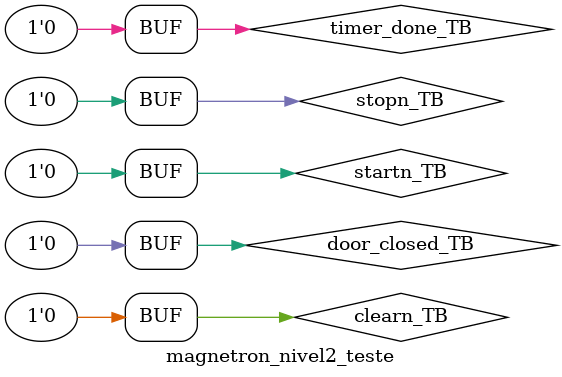
<source format=v>
`timescale 1ns/1ns
`include "magnetron_nivel2.v"

module magnetron_nivel2_teste;

    reg startn_TB, stopn_TB, clearn_TB, door_closed_TB, timer_done_TB;
    wire mag_on_TB;

    magnetron_nivel2 DUT(
        .startn(startn_TB),
        .stopn(stopn_TB),
        .clearn(clearn_TB),
        .door_closed(door_closed_TB),
        .timer_done(timer_done_TB),
        .mag_on(mag_on_TB)
    );

    initial begin
        $dumpfile("result.vcd");
        $dumpvars(0, magnetron_nivel2_teste);

        startn_TB = 1;
        stopn_TB = 0;
        clearn_TB = 0;
        door_closed_TB = 0;
        timer_done_TB = 0;
        #5 startn_TB = 1;
        stopn_TB = 0;
        clearn_TB = 0;
        door_closed_TB = 1;
        timer_done_TB = 0;
        #5 startn_TB = 1;
        stopn_TB = 1;
        clearn_TB = 0;
        door_closed_TB = 1;
        timer_done_TB = 0;
        #5 startn_TB = 1;
        stopn_TB = 0;
        clearn_TB = 0;
        door_closed_TB = 1;
        timer_done_TB = 0;
        #5 startn_TB = 1;
        stopn_TB = 0;
        clearn_TB = 0;
        door_closed_TB = 0;
        timer_done_TB = 0;
        #5 startn_TB = 1;
        stopn_TB = 0;
        clearn_TB = 0;
        door_closed_TB = 1;
        timer_done_TB = 1;
        #5 startn_TB = 1;
        stopn_TB = 0;
        clearn_TB = 0;
        door_closed_TB = 1;
        timer_done_TB = 0;
        #5 startn_TB = 1;
        stopn_TB = 0;
        clearn_TB = 1;
        door_closed_TB = 1;
        timer_done_TB = 1;
        #5 startn_TB = 1;
        stopn_TB = 0;
        clearn_TB = 0;
        door_closed_TB = 1;
        timer_done_TB = 0;
        #5 startn_TB = 1;
        stopn_TB = 1;
        clearn_TB = 1;
        door_closed_TB = 1;
        timer_done_TB = 1;
        #5 startn_TB = 0;
        stopn_TB = 1;
        clearn_TB = 1;
        door_closed_TB = 1;
        timer_done_TB = 1;
        #5 startn_TB = 0;
        stopn_TB = 0;
        clearn_TB = 0;
        door_closed_TB = 0;
        timer_done_TB = 0;
    end

endmodule

</source>
